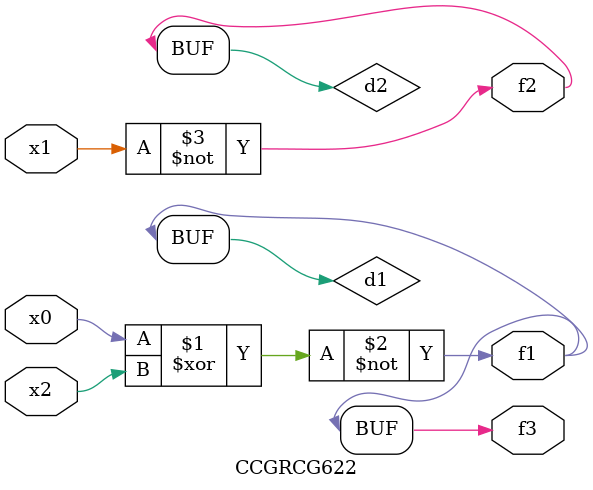
<source format=v>
module CCGRCG622(
	input x0, x1, x2,
	output f1, f2, f3
);

	wire d1, d2, d3;

	xnor (d1, x0, x2);
	nand (d2, x1);
	nor (d3, x1, x2);
	assign f1 = d1;
	assign f2 = d2;
	assign f3 = d1;
endmodule

</source>
